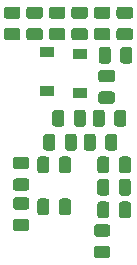
<source format=gbr>
G04 #@! TF.GenerationSoftware,KiCad,Pcbnew,5.1.5+dfsg1-2build2*
G04 #@! TF.CreationDate,2023-07-02T11:19:25+01:00*
G04 #@! TF.ProjectId,hd36106_replacement,68643336-3130-4365-9f72-65706c616365,rev?*
G04 #@! TF.SameCoordinates,Original*
G04 #@! TF.FileFunction,Paste,Bot*
G04 #@! TF.FilePolarity,Positive*
%FSLAX46Y46*%
G04 Gerber Fmt 4.6, Leading zero omitted, Abs format (unit mm)*
G04 Created by KiCad (PCBNEW 5.1.5+dfsg1-2build2) date 2023-07-02 11:19:25*
%MOMM*%
%LPD*%
G04 APERTURE LIST*
%ADD10C,0.100000*%
%ADD11R,1.200000X0.900000*%
G04 APERTURE END LIST*
D10*
G36*
X131538505Y-93365204D02*
G01*
X131562773Y-93368804D01*
X131586572Y-93374765D01*
X131609671Y-93383030D01*
X131631850Y-93393520D01*
X131652893Y-93406132D01*
X131672599Y-93420747D01*
X131690777Y-93437223D01*
X131707253Y-93455401D01*
X131721868Y-93475107D01*
X131734480Y-93496150D01*
X131744970Y-93518329D01*
X131753235Y-93541428D01*
X131759196Y-93565227D01*
X131762796Y-93589495D01*
X131764000Y-93613999D01*
X131764000Y-94139001D01*
X131762796Y-94163505D01*
X131759196Y-94187773D01*
X131753235Y-94211572D01*
X131744970Y-94234671D01*
X131734480Y-94256850D01*
X131721868Y-94277893D01*
X131707253Y-94297599D01*
X131690777Y-94315777D01*
X131672599Y-94332253D01*
X131652893Y-94346868D01*
X131631850Y-94359480D01*
X131609671Y-94369970D01*
X131586572Y-94378235D01*
X131562773Y-94384196D01*
X131538505Y-94387796D01*
X131514001Y-94389000D01*
X130613999Y-94389000D01*
X130589495Y-94387796D01*
X130565227Y-94384196D01*
X130541428Y-94378235D01*
X130518329Y-94369970D01*
X130496150Y-94359480D01*
X130475107Y-94346868D01*
X130455401Y-94332253D01*
X130437223Y-94315777D01*
X130420747Y-94297599D01*
X130406132Y-94277893D01*
X130393520Y-94256850D01*
X130383030Y-94234671D01*
X130374765Y-94211572D01*
X130368804Y-94187773D01*
X130365204Y-94163505D01*
X130364000Y-94139001D01*
X130364000Y-93613999D01*
X130365204Y-93589495D01*
X130368804Y-93565227D01*
X130374765Y-93541428D01*
X130383030Y-93518329D01*
X130393520Y-93496150D01*
X130406132Y-93475107D01*
X130420747Y-93455401D01*
X130437223Y-93437223D01*
X130455401Y-93420747D01*
X130475107Y-93406132D01*
X130496150Y-93393520D01*
X130518329Y-93383030D01*
X130541428Y-93374765D01*
X130565227Y-93368804D01*
X130589495Y-93365204D01*
X130613999Y-93364000D01*
X131514001Y-93364000D01*
X131538505Y-93365204D01*
G37*
G36*
X131538505Y-91540204D02*
G01*
X131562773Y-91543804D01*
X131586572Y-91549765D01*
X131609671Y-91558030D01*
X131631850Y-91568520D01*
X131652893Y-91581132D01*
X131672599Y-91595747D01*
X131690777Y-91612223D01*
X131707253Y-91630401D01*
X131721868Y-91650107D01*
X131734480Y-91671150D01*
X131744970Y-91693329D01*
X131753235Y-91716428D01*
X131759196Y-91740227D01*
X131762796Y-91764495D01*
X131764000Y-91788999D01*
X131764000Y-92314001D01*
X131762796Y-92338505D01*
X131759196Y-92362773D01*
X131753235Y-92386572D01*
X131744970Y-92409671D01*
X131734480Y-92431850D01*
X131721868Y-92452893D01*
X131707253Y-92472599D01*
X131690777Y-92490777D01*
X131672599Y-92507253D01*
X131652893Y-92521868D01*
X131631850Y-92534480D01*
X131609671Y-92544970D01*
X131586572Y-92553235D01*
X131562773Y-92559196D01*
X131538505Y-92562796D01*
X131514001Y-92564000D01*
X130613999Y-92564000D01*
X130589495Y-92562796D01*
X130565227Y-92559196D01*
X130541428Y-92553235D01*
X130518329Y-92544970D01*
X130496150Y-92534480D01*
X130475107Y-92521868D01*
X130455401Y-92507253D01*
X130437223Y-92490777D01*
X130420747Y-92472599D01*
X130406132Y-92452893D01*
X130393520Y-92431850D01*
X130383030Y-92409671D01*
X130374765Y-92386572D01*
X130368804Y-92362773D01*
X130365204Y-92338505D01*
X130364000Y-92314001D01*
X130364000Y-91788999D01*
X130365204Y-91764495D01*
X130368804Y-91740227D01*
X130374765Y-91716428D01*
X130383030Y-91693329D01*
X130393520Y-91671150D01*
X130406132Y-91650107D01*
X130420747Y-91630401D01*
X130437223Y-91612223D01*
X130455401Y-91595747D01*
X130475107Y-91581132D01*
X130496150Y-91568520D01*
X130518329Y-91558030D01*
X130541428Y-91549765D01*
X130565227Y-91543804D01*
X130589495Y-91540204D01*
X130613999Y-91539000D01*
X131514001Y-91539000D01*
X131538505Y-91540204D01*
G37*
G36*
X131200505Y-89598204D02*
G01*
X131224773Y-89601804D01*
X131248572Y-89607765D01*
X131271671Y-89616030D01*
X131293850Y-89626520D01*
X131314893Y-89639132D01*
X131334599Y-89653747D01*
X131352777Y-89670223D01*
X131369253Y-89688401D01*
X131383868Y-89708107D01*
X131396480Y-89729150D01*
X131406970Y-89751329D01*
X131415235Y-89774428D01*
X131421196Y-89798227D01*
X131424796Y-89822495D01*
X131426000Y-89846999D01*
X131426000Y-90747001D01*
X131424796Y-90771505D01*
X131421196Y-90795773D01*
X131415235Y-90819572D01*
X131406970Y-90842671D01*
X131396480Y-90864850D01*
X131383868Y-90885893D01*
X131369253Y-90905599D01*
X131352777Y-90923777D01*
X131334599Y-90940253D01*
X131314893Y-90954868D01*
X131293850Y-90967480D01*
X131271671Y-90977970D01*
X131248572Y-90986235D01*
X131224773Y-90992196D01*
X131200505Y-90995796D01*
X131176001Y-90997000D01*
X130650999Y-90997000D01*
X130626495Y-90995796D01*
X130602227Y-90992196D01*
X130578428Y-90986235D01*
X130555329Y-90977970D01*
X130533150Y-90967480D01*
X130512107Y-90954868D01*
X130492401Y-90940253D01*
X130474223Y-90923777D01*
X130457747Y-90905599D01*
X130443132Y-90885893D01*
X130430520Y-90864850D01*
X130420030Y-90842671D01*
X130411765Y-90819572D01*
X130405804Y-90795773D01*
X130402204Y-90771505D01*
X130401000Y-90747001D01*
X130401000Y-89846999D01*
X130402204Y-89822495D01*
X130405804Y-89798227D01*
X130411765Y-89774428D01*
X130420030Y-89751329D01*
X130430520Y-89729150D01*
X130443132Y-89708107D01*
X130457747Y-89688401D01*
X130474223Y-89670223D01*
X130492401Y-89653747D01*
X130512107Y-89639132D01*
X130533150Y-89626520D01*
X130555329Y-89616030D01*
X130578428Y-89607765D01*
X130602227Y-89601804D01*
X130626495Y-89598204D01*
X130650999Y-89597000D01*
X131176001Y-89597000D01*
X131200505Y-89598204D01*
G37*
G36*
X133025505Y-89598204D02*
G01*
X133049773Y-89601804D01*
X133073572Y-89607765D01*
X133096671Y-89616030D01*
X133118850Y-89626520D01*
X133139893Y-89639132D01*
X133159599Y-89653747D01*
X133177777Y-89670223D01*
X133194253Y-89688401D01*
X133208868Y-89708107D01*
X133221480Y-89729150D01*
X133231970Y-89751329D01*
X133240235Y-89774428D01*
X133246196Y-89798227D01*
X133249796Y-89822495D01*
X133251000Y-89846999D01*
X133251000Y-90747001D01*
X133249796Y-90771505D01*
X133246196Y-90795773D01*
X133240235Y-90819572D01*
X133231970Y-90842671D01*
X133221480Y-90864850D01*
X133208868Y-90885893D01*
X133194253Y-90905599D01*
X133177777Y-90923777D01*
X133159599Y-90940253D01*
X133139893Y-90954868D01*
X133118850Y-90967480D01*
X133096671Y-90977970D01*
X133073572Y-90986235D01*
X133049773Y-90992196D01*
X133025505Y-90995796D01*
X133001001Y-90997000D01*
X132475999Y-90997000D01*
X132451495Y-90995796D01*
X132427227Y-90992196D01*
X132403428Y-90986235D01*
X132380329Y-90977970D01*
X132358150Y-90967480D01*
X132337107Y-90954868D01*
X132317401Y-90940253D01*
X132299223Y-90923777D01*
X132282747Y-90905599D01*
X132268132Y-90885893D01*
X132255520Y-90864850D01*
X132245030Y-90842671D01*
X132236765Y-90819572D01*
X132230804Y-90795773D01*
X132227204Y-90771505D01*
X132226000Y-90747001D01*
X132226000Y-89846999D01*
X132227204Y-89822495D01*
X132230804Y-89798227D01*
X132236765Y-89774428D01*
X132245030Y-89751329D01*
X132255520Y-89729150D01*
X132268132Y-89708107D01*
X132282747Y-89688401D01*
X132299223Y-89670223D01*
X132317401Y-89653747D01*
X132337107Y-89639132D01*
X132358150Y-89626520D01*
X132380329Y-89616030D01*
X132403428Y-89607765D01*
X132427227Y-89601804D01*
X132451495Y-89598204D01*
X132475999Y-89597000D01*
X133001001Y-89597000D01*
X133025505Y-89598204D01*
G37*
G36*
X127263505Y-94932204D02*
G01*
X127287773Y-94935804D01*
X127311572Y-94941765D01*
X127334671Y-94950030D01*
X127356850Y-94960520D01*
X127377893Y-94973132D01*
X127397599Y-94987747D01*
X127415777Y-95004223D01*
X127432253Y-95022401D01*
X127446868Y-95042107D01*
X127459480Y-95063150D01*
X127469970Y-95085329D01*
X127478235Y-95108428D01*
X127484196Y-95132227D01*
X127487796Y-95156495D01*
X127489000Y-95180999D01*
X127489000Y-96081001D01*
X127487796Y-96105505D01*
X127484196Y-96129773D01*
X127478235Y-96153572D01*
X127469970Y-96176671D01*
X127459480Y-96198850D01*
X127446868Y-96219893D01*
X127432253Y-96239599D01*
X127415777Y-96257777D01*
X127397599Y-96274253D01*
X127377893Y-96288868D01*
X127356850Y-96301480D01*
X127334671Y-96311970D01*
X127311572Y-96320235D01*
X127287773Y-96326196D01*
X127263505Y-96329796D01*
X127239001Y-96331000D01*
X126713999Y-96331000D01*
X126689495Y-96329796D01*
X126665227Y-96326196D01*
X126641428Y-96320235D01*
X126618329Y-96311970D01*
X126596150Y-96301480D01*
X126575107Y-96288868D01*
X126555401Y-96274253D01*
X126537223Y-96257777D01*
X126520747Y-96239599D01*
X126506132Y-96219893D01*
X126493520Y-96198850D01*
X126483030Y-96176671D01*
X126474765Y-96153572D01*
X126468804Y-96129773D01*
X126465204Y-96105505D01*
X126464000Y-96081001D01*
X126464000Y-95180999D01*
X126465204Y-95156495D01*
X126468804Y-95132227D01*
X126474765Y-95108428D01*
X126483030Y-95085329D01*
X126493520Y-95063150D01*
X126506132Y-95042107D01*
X126520747Y-95022401D01*
X126537223Y-95004223D01*
X126555401Y-94987747D01*
X126575107Y-94973132D01*
X126596150Y-94960520D01*
X126618329Y-94950030D01*
X126641428Y-94941765D01*
X126665227Y-94935804D01*
X126689495Y-94932204D01*
X126713999Y-94931000D01*
X127239001Y-94931000D01*
X127263505Y-94932204D01*
G37*
G36*
X129088505Y-94932204D02*
G01*
X129112773Y-94935804D01*
X129136572Y-94941765D01*
X129159671Y-94950030D01*
X129181850Y-94960520D01*
X129202893Y-94973132D01*
X129222599Y-94987747D01*
X129240777Y-95004223D01*
X129257253Y-95022401D01*
X129271868Y-95042107D01*
X129284480Y-95063150D01*
X129294970Y-95085329D01*
X129303235Y-95108428D01*
X129309196Y-95132227D01*
X129312796Y-95156495D01*
X129314000Y-95180999D01*
X129314000Y-96081001D01*
X129312796Y-96105505D01*
X129309196Y-96129773D01*
X129303235Y-96153572D01*
X129294970Y-96176671D01*
X129284480Y-96198850D01*
X129271868Y-96219893D01*
X129257253Y-96239599D01*
X129240777Y-96257777D01*
X129222599Y-96274253D01*
X129202893Y-96288868D01*
X129181850Y-96301480D01*
X129159671Y-96311970D01*
X129136572Y-96320235D01*
X129112773Y-96326196D01*
X129088505Y-96329796D01*
X129064001Y-96331000D01*
X128538999Y-96331000D01*
X128514495Y-96329796D01*
X128490227Y-96326196D01*
X128466428Y-96320235D01*
X128443329Y-96311970D01*
X128421150Y-96301480D01*
X128400107Y-96288868D01*
X128380401Y-96274253D01*
X128362223Y-96257777D01*
X128345747Y-96239599D01*
X128331132Y-96219893D01*
X128318520Y-96198850D01*
X128308030Y-96176671D01*
X128299765Y-96153572D01*
X128293804Y-96129773D01*
X128290204Y-96105505D01*
X128289000Y-96081001D01*
X128289000Y-95180999D01*
X128290204Y-95156495D01*
X128293804Y-95132227D01*
X128299765Y-95108428D01*
X128308030Y-95085329D01*
X128318520Y-95063150D01*
X128331132Y-95042107D01*
X128345747Y-95022401D01*
X128362223Y-95004223D01*
X128380401Y-94987747D01*
X128400107Y-94973132D01*
X128421150Y-94960520D01*
X128443329Y-94950030D01*
X128466428Y-94941765D01*
X128490227Y-94935804D01*
X128514495Y-94932204D01*
X128538999Y-94931000D01*
X129064001Y-94931000D01*
X129088505Y-94932204D01*
G37*
G36*
X130692505Y-94932204D02*
G01*
X130716773Y-94935804D01*
X130740572Y-94941765D01*
X130763671Y-94950030D01*
X130785850Y-94960520D01*
X130806893Y-94973132D01*
X130826599Y-94987747D01*
X130844777Y-95004223D01*
X130861253Y-95022401D01*
X130875868Y-95042107D01*
X130888480Y-95063150D01*
X130898970Y-95085329D01*
X130907235Y-95108428D01*
X130913196Y-95132227D01*
X130916796Y-95156495D01*
X130918000Y-95180999D01*
X130918000Y-96081001D01*
X130916796Y-96105505D01*
X130913196Y-96129773D01*
X130907235Y-96153572D01*
X130898970Y-96176671D01*
X130888480Y-96198850D01*
X130875868Y-96219893D01*
X130861253Y-96239599D01*
X130844777Y-96257777D01*
X130826599Y-96274253D01*
X130806893Y-96288868D01*
X130785850Y-96301480D01*
X130763671Y-96311970D01*
X130740572Y-96320235D01*
X130716773Y-96326196D01*
X130692505Y-96329796D01*
X130668001Y-96331000D01*
X130142999Y-96331000D01*
X130118495Y-96329796D01*
X130094227Y-96326196D01*
X130070428Y-96320235D01*
X130047329Y-96311970D01*
X130025150Y-96301480D01*
X130004107Y-96288868D01*
X129984401Y-96274253D01*
X129966223Y-96257777D01*
X129949747Y-96239599D01*
X129935132Y-96219893D01*
X129922520Y-96198850D01*
X129912030Y-96176671D01*
X129903765Y-96153572D01*
X129897804Y-96129773D01*
X129894204Y-96105505D01*
X129893000Y-96081001D01*
X129893000Y-95180999D01*
X129894204Y-95156495D01*
X129897804Y-95132227D01*
X129903765Y-95108428D01*
X129912030Y-95085329D01*
X129922520Y-95063150D01*
X129935132Y-95042107D01*
X129949747Y-95022401D01*
X129966223Y-95004223D01*
X129984401Y-94987747D01*
X130004107Y-94973132D01*
X130025150Y-94960520D01*
X130047329Y-94950030D01*
X130070428Y-94941765D01*
X130094227Y-94935804D01*
X130118495Y-94932204D01*
X130142999Y-94931000D01*
X130668001Y-94931000D01*
X130692505Y-94932204D01*
G37*
G36*
X132517505Y-94932204D02*
G01*
X132541773Y-94935804D01*
X132565572Y-94941765D01*
X132588671Y-94950030D01*
X132610850Y-94960520D01*
X132631893Y-94973132D01*
X132651599Y-94987747D01*
X132669777Y-95004223D01*
X132686253Y-95022401D01*
X132700868Y-95042107D01*
X132713480Y-95063150D01*
X132723970Y-95085329D01*
X132732235Y-95108428D01*
X132738196Y-95132227D01*
X132741796Y-95156495D01*
X132743000Y-95180999D01*
X132743000Y-96081001D01*
X132741796Y-96105505D01*
X132738196Y-96129773D01*
X132732235Y-96153572D01*
X132723970Y-96176671D01*
X132713480Y-96198850D01*
X132700868Y-96219893D01*
X132686253Y-96239599D01*
X132669777Y-96257777D01*
X132651599Y-96274253D01*
X132631893Y-96288868D01*
X132610850Y-96301480D01*
X132588671Y-96311970D01*
X132565572Y-96320235D01*
X132541773Y-96326196D01*
X132517505Y-96329796D01*
X132493001Y-96331000D01*
X131967999Y-96331000D01*
X131943495Y-96329796D01*
X131919227Y-96326196D01*
X131895428Y-96320235D01*
X131872329Y-96311970D01*
X131850150Y-96301480D01*
X131829107Y-96288868D01*
X131809401Y-96274253D01*
X131791223Y-96257777D01*
X131774747Y-96239599D01*
X131760132Y-96219893D01*
X131747520Y-96198850D01*
X131737030Y-96176671D01*
X131728765Y-96153572D01*
X131722804Y-96129773D01*
X131719204Y-96105505D01*
X131718000Y-96081001D01*
X131718000Y-95180999D01*
X131719204Y-95156495D01*
X131722804Y-95132227D01*
X131728765Y-95108428D01*
X131737030Y-95085329D01*
X131747520Y-95063150D01*
X131760132Y-95042107D01*
X131774747Y-95022401D01*
X131791223Y-95004223D01*
X131809401Y-94987747D01*
X131829107Y-94973132D01*
X131850150Y-94960520D01*
X131872329Y-94950030D01*
X131895428Y-94941765D01*
X131919227Y-94935804D01*
X131943495Y-94932204D01*
X131967999Y-94931000D01*
X132493001Y-94931000D01*
X132517505Y-94932204D01*
G37*
G36*
X126501505Y-96964204D02*
G01*
X126525773Y-96967804D01*
X126549572Y-96973765D01*
X126572671Y-96982030D01*
X126594850Y-96992520D01*
X126615893Y-97005132D01*
X126635599Y-97019747D01*
X126653777Y-97036223D01*
X126670253Y-97054401D01*
X126684868Y-97074107D01*
X126697480Y-97095150D01*
X126707970Y-97117329D01*
X126716235Y-97140428D01*
X126722196Y-97164227D01*
X126725796Y-97188495D01*
X126727000Y-97212999D01*
X126727000Y-98113001D01*
X126725796Y-98137505D01*
X126722196Y-98161773D01*
X126716235Y-98185572D01*
X126707970Y-98208671D01*
X126697480Y-98230850D01*
X126684868Y-98251893D01*
X126670253Y-98271599D01*
X126653777Y-98289777D01*
X126635599Y-98306253D01*
X126615893Y-98320868D01*
X126594850Y-98333480D01*
X126572671Y-98343970D01*
X126549572Y-98352235D01*
X126525773Y-98358196D01*
X126501505Y-98361796D01*
X126477001Y-98363000D01*
X125951999Y-98363000D01*
X125927495Y-98361796D01*
X125903227Y-98358196D01*
X125879428Y-98352235D01*
X125856329Y-98343970D01*
X125834150Y-98333480D01*
X125813107Y-98320868D01*
X125793401Y-98306253D01*
X125775223Y-98289777D01*
X125758747Y-98271599D01*
X125744132Y-98251893D01*
X125731520Y-98230850D01*
X125721030Y-98208671D01*
X125712765Y-98185572D01*
X125706804Y-98161773D01*
X125703204Y-98137505D01*
X125702000Y-98113001D01*
X125702000Y-97212999D01*
X125703204Y-97188495D01*
X125706804Y-97164227D01*
X125712765Y-97140428D01*
X125721030Y-97117329D01*
X125731520Y-97095150D01*
X125744132Y-97074107D01*
X125758747Y-97054401D01*
X125775223Y-97036223D01*
X125793401Y-97019747D01*
X125813107Y-97005132D01*
X125834150Y-96992520D01*
X125856329Y-96982030D01*
X125879428Y-96973765D01*
X125903227Y-96967804D01*
X125927495Y-96964204D01*
X125951999Y-96963000D01*
X126477001Y-96963000D01*
X126501505Y-96964204D01*
G37*
G36*
X128326505Y-96964204D02*
G01*
X128350773Y-96967804D01*
X128374572Y-96973765D01*
X128397671Y-96982030D01*
X128419850Y-96992520D01*
X128440893Y-97005132D01*
X128460599Y-97019747D01*
X128478777Y-97036223D01*
X128495253Y-97054401D01*
X128509868Y-97074107D01*
X128522480Y-97095150D01*
X128532970Y-97117329D01*
X128541235Y-97140428D01*
X128547196Y-97164227D01*
X128550796Y-97188495D01*
X128552000Y-97212999D01*
X128552000Y-98113001D01*
X128550796Y-98137505D01*
X128547196Y-98161773D01*
X128541235Y-98185572D01*
X128532970Y-98208671D01*
X128522480Y-98230850D01*
X128509868Y-98251893D01*
X128495253Y-98271599D01*
X128478777Y-98289777D01*
X128460599Y-98306253D01*
X128440893Y-98320868D01*
X128419850Y-98333480D01*
X128397671Y-98343970D01*
X128374572Y-98352235D01*
X128350773Y-98358196D01*
X128326505Y-98361796D01*
X128302001Y-98363000D01*
X127776999Y-98363000D01*
X127752495Y-98361796D01*
X127728227Y-98358196D01*
X127704428Y-98352235D01*
X127681329Y-98343970D01*
X127659150Y-98333480D01*
X127638107Y-98320868D01*
X127618401Y-98306253D01*
X127600223Y-98289777D01*
X127583747Y-98271599D01*
X127569132Y-98251893D01*
X127556520Y-98230850D01*
X127546030Y-98208671D01*
X127537765Y-98185572D01*
X127531804Y-98161773D01*
X127528204Y-98137505D01*
X127527000Y-98113001D01*
X127527000Y-97212999D01*
X127528204Y-97188495D01*
X127531804Y-97164227D01*
X127537765Y-97140428D01*
X127546030Y-97117329D01*
X127556520Y-97095150D01*
X127569132Y-97074107D01*
X127583747Y-97054401D01*
X127600223Y-97036223D01*
X127618401Y-97019747D01*
X127638107Y-97005132D01*
X127659150Y-96992520D01*
X127681329Y-96982030D01*
X127704428Y-96973765D01*
X127728227Y-96967804D01*
X127752495Y-96964204D01*
X127776999Y-96963000D01*
X128302001Y-96963000D01*
X128326505Y-96964204D01*
G37*
G36*
X129930505Y-96964204D02*
G01*
X129954773Y-96967804D01*
X129978572Y-96973765D01*
X130001671Y-96982030D01*
X130023850Y-96992520D01*
X130044893Y-97005132D01*
X130064599Y-97019747D01*
X130082777Y-97036223D01*
X130099253Y-97054401D01*
X130113868Y-97074107D01*
X130126480Y-97095150D01*
X130136970Y-97117329D01*
X130145235Y-97140428D01*
X130151196Y-97164227D01*
X130154796Y-97188495D01*
X130156000Y-97212999D01*
X130156000Y-98113001D01*
X130154796Y-98137505D01*
X130151196Y-98161773D01*
X130145235Y-98185572D01*
X130136970Y-98208671D01*
X130126480Y-98230850D01*
X130113868Y-98251893D01*
X130099253Y-98271599D01*
X130082777Y-98289777D01*
X130064599Y-98306253D01*
X130044893Y-98320868D01*
X130023850Y-98333480D01*
X130001671Y-98343970D01*
X129978572Y-98352235D01*
X129954773Y-98358196D01*
X129930505Y-98361796D01*
X129906001Y-98363000D01*
X129380999Y-98363000D01*
X129356495Y-98361796D01*
X129332227Y-98358196D01*
X129308428Y-98352235D01*
X129285329Y-98343970D01*
X129263150Y-98333480D01*
X129242107Y-98320868D01*
X129222401Y-98306253D01*
X129204223Y-98289777D01*
X129187747Y-98271599D01*
X129173132Y-98251893D01*
X129160520Y-98230850D01*
X129150030Y-98208671D01*
X129141765Y-98185572D01*
X129135804Y-98161773D01*
X129132204Y-98137505D01*
X129131000Y-98113001D01*
X129131000Y-97212999D01*
X129132204Y-97188495D01*
X129135804Y-97164227D01*
X129141765Y-97140428D01*
X129150030Y-97117329D01*
X129160520Y-97095150D01*
X129173132Y-97074107D01*
X129187747Y-97054401D01*
X129204223Y-97036223D01*
X129222401Y-97019747D01*
X129242107Y-97005132D01*
X129263150Y-96992520D01*
X129285329Y-96982030D01*
X129308428Y-96973765D01*
X129332227Y-96967804D01*
X129356495Y-96964204D01*
X129380999Y-96963000D01*
X129906001Y-96963000D01*
X129930505Y-96964204D01*
G37*
G36*
X131755505Y-96964204D02*
G01*
X131779773Y-96967804D01*
X131803572Y-96973765D01*
X131826671Y-96982030D01*
X131848850Y-96992520D01*
X131869893Y-97005132D01*
X131889599Y-97019747D01*
X131907777Y-97036223D01*
X131924253Y-97054401D01*
X131938868Y-97074107D01*
X131951480Y-97095150D01*
X131961970Y-97117329D01*
X131970235Y-97140428D01*
X131976196Y-97164227D01*
X131979796Y-97188495D01*
X131981000Y-97212999D01*
X131981000Y-98113001D01*
X131979796Y-98137505D01*
X131976196Y-98161773D01*
X131970235Y-98185572D01*
X131961970Y-98208671D01*
X131951480Y-98230850D01*
X131938868Y-98251893D01*
X131924253Y-98271599D01*
X131907777Y-98289777D01*
X131889599Y-98306253D01*
X131869893Y-98320868D01*
X131848850Y-98333480D01*
X131826671Y-98343970D01*
X131803572Y-98352235D01*
X131779773Y-98358196D01*
X131755505Y-98361796D01*
X131731001Y-98363000D01*
X131205999Y-98363000D01*
X131181495Y-98361796D01*
X131157227Y-98358196D01*
X131133428Y-98352235D01*
X131110329Y-98343970D01*
X131088150Y-98333480D01*
X131067107Y-98320868D01*
X131047401Y-98306253D01*
X131029223Y-98289777D01*
X131012747Y-98271599D01*
X130998132Y-98251893D01*
X130985520Y-98230850D01*
X130975030Y-98208671D01*
X130966765Y-98185572D01*
X130960804Y-98161773D01*
X130957204Y-98137505D01*
X130956000Y-98113001D01*
X130956000Y-97212999D01*
X130957204Y-97188495D01*
X130960804Y-97164227D01*
X130966765Y-97140428D01*
X130975030Y-97117329D01*
X130985520Y-97095150D01*
X130998132Y-97074107D01*
X131012747Y-97054401D01*
X131029223Y-97036223D01*
X131047401Y-97019747D01*
X131067107Y-97005132D01*
X131088150Y-96992520D01*
X131110329Y-96982030D01*
X131133428Y-96973765D01*
X131157227Y-96967804D01*
X131181495Y-96964204D01*
X131205999Y-96963000D01*
X131731001Y-96963000D01*
X131755505Y-96964204D01*
G37*
G36*
X132898505Y-98869204D02*
G01*
X132922773Y-98872804D01*
X132946572Y-98878765D01*
X132969671Y-98887030D01*
X132991850Y-98897520D01*
X133012893Y-98910132D01*
X133032599Y-98924747D01*
X133050777Y-98941223D01*
X133067253Y-98959401D01*
X133081868Y-98979107D01*
X133094480Y-99000150D01*
X133104970Y-99022329D01*
X133113235Y-99045428D01*
X133119196Y-99069227D01*
X133122796Y-99093495D01*
X133124000Y-99117999D01*
X133124000Y-100018001D01*
X133122796Y-100042505D01*
X133119196Y-100066773D01*
X133113235Y-100090572D01*
X133104970Y-100113671D01*
X133094480Y-100135850D01*
X133081868Y-100156893D01*
X133067253Y-100176599D01*
X133050777Y-100194777D01*
X133032599Y-100211253D01*
X133012893Y-100225868D01*
X132991850Y-100238480D01*
X132969671Y-100248970D01*
X132946572Y-100257235D01*
X132922773Y-100263196D01*
X132898505Y-100266796D01*
X132874001Y-100268000D01*
X132348999Y-100268000D01*
X132324495Y-100266796D01*
X132300227Y-100263196D01*
X132276428Y-100257235D01*
X132253329Y-100248970D01*
X132231150Y-100238480D01*
X132210107Y-100225868D01*
X132190401Y-100211253D01*
X132172223Y-100194777D01*
X132155747Y-100176599D01*
X132141132Y-100156893D01*
X132128520Y-100135850D01*
X132118030Y-100113671D01*
X132109765Y-100090572D01*
X132103804Y-100066773D01*
X132100204Y-100042505D01*
X132099000Y-100018001D01*
X132099000Y-99117999D01*
X132100204Y-99093495D01*
X132103804Y-99069227D01*
X132109765Y-99045428D01*
X132118030Y-99022329D01*
X132128520Y-99000150D01*
X132141132Y-98979107D01*
X132155747Y-98959401D01*
X132172223Y-98941223D01*
X132190401Y-98924747D01*
X132210107Y-98910132D01*
X132231150Y-98897520D01*
X132253329Y-98887030D01*
X132276428Y-98878765D01*
X132300227Y-98872804D01*
X132324495Y-98869204D01*
X132348999Y-98868000D01*
X132874001Y-98868000D01*
X132898505Y-98869204D01*
G37*
G36*
X131073505Y-98869204D02*
G01*
X131097773Y-98872804D01*
X131121572Y-98878765D01*
X131144671Y-98887030D01*
X131166850Y-98897520D01*
X131187893Y-98910132D01*
X131207599Y-98924747D01*
X131225777Y-98941223D01*
X131242253Y-98959401D01*
X131256868Y-98979107D01*
X131269480Y-99000150D01*
X131279970Y-99022329D01*
X131288235Y-99045428D01*
X131294196Y-99069227D01*
X131297796Y-99093495D01*
X131299000Y-99117999D01*
X131299000Y-100018001D01*
X131297796Y-100042505D01*
X131294196Y-100066773D01*
X131288235Y-100090572D01*
X131279970Y-100113671D01*
X131269480Y-100135850D01*
X131256868Y-100156893D01*
X131242253Y-100176599D01*
X131225777Y-100194777D01*
X131207599Y-100211253D01*
X131187893Y-100225868D01*
X131166850Y-100238480D01*
X131144671Y-100248970D01*
X131121572Y-100257235D01*
X131097773Y-100263196D01*
X131073505Y-100266796D01*
X131049001Y-100268000D01*
X130523999Y-100268000D01*
X130499495Y-100266796D01*
X130475227Y-100263196D01*
X130451428Y-100257235D01*
X130428329Y-100248970D01*
X130406150Y-100238480D01*
X130385107Y-100225868D01*
X130365401Y-100211253D01*
X130347223Y-100194777D01*
X130330747Y-100176599D01*
X130316132Y-100156893D01*
X130303520Y-100135850D01*
X130293030Y-100113671D01*
X130284765Y-100090572D01*
X130278804Y-100066773D01*
X130275204Y-100042505D01*
X130274000Y-100018001D01*
X130274000Y-99117999D01*
X130275204Y-99093495D01*
X130278804Y-99069227D01*
X130284765Y-99045428D01*
X130293030Y-99022329D01*
X130303520Y-99000150D01*
X130316132Y-98979107D01*
X130330747Y-98959401D01*
X130347223Y-98941223D01*
X130365401Y-98924747D01*
X130385107Y-98910132D01*
X130406150Y-98897520D01*
X130428329Y-98887030D01*
X130451428Y-98878765D01*
X130475227Y-98872804D01*
X130499495Y-98869204D01*
X130523999Y-98868000D01*
X131049001Y-98868000D01*
X131073505Y-98869204D01*
G37*
G36*
X131073505Y-100774204D02*
G01*
X131097773Y-100777804D01*
X131121572Y-100783765D01*
X131144671Y-100792030D01*
X131166850Y-100802520D01*
X131187893Y-100815132D01*
X131207599Y-100829747D01*
X131225777Y-100846223D01*
X131242253Y-100864401D01*
X131256868Y-100884107D01*
X131269480Y-100905150D01*
X131279970Y-100927329D01*
X131288235Y-100950428D01*
X131294196Y-100974227D01*
X131297796Y-100998495D01*
X131299000Y-101022999D01*
X131299000Y-101923001D01*
X131297796Y-101947505D01*
X131294196Y-101971773D01*
X131288235Y-101995572D01*
X131279970Y-102018671D01*
X131269480Y-102040850D01*
X131256868Y-102061893D01*
X131242253Y-102081599D01*
X131225777Y-102099777D01*
X131207599Y-102116253D01*
X131187893Y-102130868D01*
X131166850Y-102143480D01*
X131144671Y-102153970D01*
X131121572Y-102162235D01*
X131097773Y-102168196D01*
X131073505Y-102171796D01*
X131049001Y-102173000D01*
X130523999Y-102173000D01*
X130499495Y-102171796D01*
X130475227Y-102168196D01*
X130451428Y-102162235D01*
X130428329Y-102153970D01*
X130406150Y-102143480D01*
X130385107Y-102130868D01*
X130365401Y-102116253D01*
X130347223Y-102099777D01*
X130330747Y-102081599D01*
X130316132Y-102061893D01*
X130303520Y-102040850D01*
X130293030Y-102018671D01*
X130284765Y-101995572D01*
X130278804Y-101971773D01*
X130275204Y-101947505D01*
X130274000Y-101923001D01*
X130274000Y-101022999D01*
X130275204Y-100998495D01*
X130278804Y-100974227D01*
X130284765Y-100950428D01*
X130293030Y-100927329D01*
X130303520Y-100905150D01*
X130316132Y-100884107D01*
X130330747Y-100864401D01*
X130347223Y-100846223D01*
X130365401Y-100829747D01*
X130385107Y-100815132D01*
X130406150Y-100802520D01*
X130428329Y-100792030D01*
X130451428Y-100783765D01*
X130475227Y-100777804D01*
X130499495Y-100774204D01*
X130523999Y-100773000D01*
X131049001Y-100773000D01*
X131073505Y-100774204D01*
G37*
G36*
X132898505Y-100774204D02*
G01*
X132922773Y-100777804D01*
X132946572Y-100783765D01*
X132969671Y-100792030D01*
X132991850Y-100802520D01*
X133012893Y-100815132D01*
X133032599Y-100829747D01*
X133050777Y-100846223D01*
X133067253Y-100864401D01*
X133081868Y-100884107D01*
X133094480Y-100905150D01*
X133104970Y-100927329D01*
X133113235Y-100950428D01*
X133119196Y-100974227D01*
X133122796Y-100998495D01*
X133124000Y-101022999D01*
X133124000Y-101923001D01*
X133122796Y-101947505D01*
X133119196Y-101971773D01*
X133113235Y-101995572D01*
X133104970Y-102018671D01*
X133094480Y-102040850D01*
X133081868Y-102061893D01*
X133067253Y-102081599D01*
X133050777Y-102099777D01*
X133032599Y-102116253D01*
X133012893Y-102130868D01*
X132991850Y-102143480D01*
X132969671Y-102153970D01*
X132946572Y-102162235D01*
X132922773Y-102168196D01*
X132898505Y-102171796D01*
X132874001Y-102173000D01*
X132348999Y-102173000D01*
X132324495Y-102171796D01*
X132300227Y-102168196D01*
X132276428Y-102162235D01*
X132253329Y-102153970D01*
X132231150Y-102143480D01*
X132210107Y-102130868D01*
X132190401Y-102116253D01*
X132172223Y-102099777D01*
X132155747Y-102081599D01*
X132141132Y-102061893D01*
X132128520Y-102040850D01*
X132118030Y-102018671D01*
X132109765Y-101995572D01*
X132103804Y-101971773D01*
X132100204Y-101947505D01*
X132099000Y-101923001D01*
X132099000Y-101022999D01*
X132100204Y-100998495D01*
X132103804Y-100974227D01*
X132109765Y-100950428D01*
X132118030Y-100927329D01*
X132128520Y-100905150D01*
X132141132Y-100884107D01*
X132155747Y-100864401D01*
X132172223Y-100846223D01*
X132190401Y-100829747D01*
X132210107Y-100815132D01*
X132231150Y-100802520D01*
X132253329Y-100792030D01*
X132276428Y-100783765D01*
X132300227Y-100777804D01*
X132324495Y-100774204D01*
X132348999Y-100773000D01*
X132874001Y-100773000D01*
X132898505Y-100774204D01*
G37*
G36*
X131157505Y-106446204D02*
G01*
X131181773Y-106449804D01*
X131205572Y-106455765D01*
X131228671Y-106464030D01*
X131250850Y-106474520D01*
X131271893Y-106487132D01*
X131291599Y-106501747D01*
X131309777Y-106518223D01*
X131326253Y-106536401D01*
X131340868Y-106556107D01*
X131353480Y-106577150D01*
X131363970Y-106599329D01*
X131372235Y-106622428D01*
X131378196Y-106646227D01*
X131381796Y-106670495D01*
X131383000Y-106694999D01*
X131383000Y-107220001D01*
X131381796Y-107244505D01*
X131378196Y-107268773D01*
X131372235Y-107292572D01*
X131363970Y-107315671D01*
X131353480Y-107337850D01*
X131340868Y-107358893D01*
X131326253Y-107378599D01*
X131309777Y-107396777D01*
X131291599Y-107413253D01*
X131271893Y-107427868D01*
X131250850Y-107440480D01*
X131228671Y-107450970D01*
X131205572Y-107459235D01*
X131181773Y-107465196D01*
X131157505Y-107468796D01*
X131133001Y-107470000D01*
X130232999Y-107470000D01*
X130208495Y-107468796D01*
X130184227Y-107465196D01*
X130160428Y-107459235D01*
X130137329Y-107450970D01*
X130115150Y-107440480D01*
X130094107Y-107427868D01*
X130074401Y-107413253D01*
X130056223Y-107396777D01*
X130039747Y-107378599D01*
X130025132Y-107358893D01*
X130012520Y-107337850D01*
X130002030Y-107315671D01*
X129993765Y-107292572D01*
X129987804Y-107268773D01*
X129984204Y-107244505D01*
X129983000Y-107220001D01*
X129983000Y-106694999D01*
X129984204Y-106670495D01*
X129987804Y-106646227D01*
X129993765Y-106622428D01*
X130002030Y-106599329D01*
X130012520Y-106577150D01*
X130025132Y-106556107D01*
X130039747Y-106536401D01*
X130056223Y-106518223D01*
X130074401Y-106501747D01*
X130094107Y-106487132D01*
X130115150Y-106474520D01*
X130137329Y-106464030D01*
X130160428Y-106455765D01*
X130184227Y-106449804D01*
X130208495Y-106446204D01*
X130232999Y-106445000D01*
X131133001Y-106445000D01*
X131157505Y-106446204D01*
G37*
G36*
X131157505Y-104621204D02*
G01*
X131181773Y-104624804D01*
X131205572Y-104630765D01*
X131228671Y-104639030D01*
X131250850Y-104649520D01*
X131271893Y-104662132D01*
X131291599Y-104676747D01*
X131309777Y-104693223D01*
X131326253Y-104711401D01*
X131340868Y-104731107D01*
X131353480Y-104752150D01*
X131363970Y-104774329D01*
X131372235Y-104797428D01*
X131378196Y-104821227D01*
X131381796Y-104845495D01*
X131383000Y-104869999D01*
X131383000Y-105395001D01*
X131381796Y-105419505D01*
X131378196Y-105443773D01*
X131372235Y-105467572D01*
X131363970Y-105490671D01*
X131353480Y-105512850D01*
X131340868Y-105533893D01*
X131326253Y-105553599D01*
X131309777Y-105571777D01*
X131291599Y-105588253D01*
X131271893Y-105602868D01*
X131250850Y-105615480D01*
X131228671Y-105625970D01*
X131205572Y-105634235D01*
X131181773Y-105640196D01*
X131157505Y-105643796D01*
X131133001Y-105645000D01*
X130232999Y-105645000D01*
X130208495Y-105643796D01*
X130184227Y-105640196D01*
X130160428Y-105634235D01*
X130137329Y-105625970D01*
X130115150Y-105615480D01*
X130094107Y-105602868D01*
X130074401Y-105588253D01*
X130056223Y-105571777D01*
X130039747Y-105553599D01*
X130025132Y-105533893D01*
X130012520Y-105512850D01*
X130002030Y-105490671D01*
X129993765Y-105467572D01*
X129987804Y-105443773D01*
X129984204Y-105419505D01*
X129983000Y-105395001D01*
X129983000Y-104869999D01*
X129984204Y-104845495D01*
X129987804Y-104821227D01*
X129993765Y-104797428D01*
X130002030Y-104774329D01*
X130012520Y-104752150D01*
X130025132Y-104731107D01*
X130039747Y-104711401D01*
X130056223Y-104693223D01*
X130074401Y-104676747D01*
X130094107Y-104662132D01*
X130115150Y-104649520D01*
X130137329Y-104639030D01*
X130160428Y-104630765D01*
X130184227Y-104624804D01*
X130208495Y-104621204D01*
X130232999Y-104620000D01*
X131133001Y-104620000D01*
X131157505Y-104621204D01*
G37*
G36*
X131073505Y-102679204D02*
G01*
X131097773Y-102682804D01*
X131121572Y-102688765D01*
X131144671Y-102697030D01*
X131166850Y-102707520D01*
X131187893Y-102720132D01*
X131207599Y-102734747D01*
X131225777Y-102751223D01*
X131242253Y-102769401D01*
X131256868Y-102789107D01*
X131269480Y-102810150D01*
X131279970Y-102832329D01*
X131288235Y-102855428D01*
X131294196Y-102879227D01*
X131297796Y-102903495D01*
X131299000Y-102927999D01*
X131299000Y-103828001D01*
X131297796Y-103852505D01*
X131294196Y-103876773D01*
X131288235Y-103900572D01*
X131279970Y-103923671D01*
X131269480Y-103945850D01*
X131256868Y-103966893D01*
X131242253Y-103986599D01*
X131225777Y-104004777D01*
X131207599Y-104021253D01*
X131187893Y-104035868D01*
X131166850Y-104048480D01*
X131144671Y-104058970D01*
X131121572Y-104067235D01*
X131097773Y-104073196D01*
X131073505Y-104076796D01*
X131049001Y-104078000D01*
X130523999Y-104078000D01*
X130499495Y-104076796D01*
X130475227Y-104073196D01*
X130451428Y-104067235D01*
X130428329Y-104058970D01*
X130406150Y-104048480D01*
X130385107Y-104035868D01*
X130365401Y-104021253D01*
X130347223Y-104004777D01*
X130330747Y-103986599D01*
X130316132Y-103966893D01*
X130303520Y-103945850D01*
X130293030Y-103923671D01*
X130284765Y-103900572D01*
X130278804Y-103876773D01*
X130275204Y-103852505D01*
X130274000Y-103828001D01*
X130274000Y-102927999D01*
X130275204Y-102903495D01*
X130278804Y-102879227D01*
X130284765Y-102855428D01*
X130293030Y-102832329D01*
X130303520Y-102810150D01*
X130316132Y-102789107D01*
X130330747Y-102769401D01*
X130347223Y-102751223D01*
X130365401Y-102734747D01*
X130385107Y-102720132D01*
X130406150Y-102707520D01*
X130428329Y-102697030D01*
X130451428Y-102688765D01*
X130475227Y-102682804D01*
X130499495Y-102679204D01*
X130523999Y-102678000D01*
X131049001Y-102678000D01*
X131073505Y-102679204D01*
G37*
G36*
X132898505Y-102679204D02*
G01*
X132922773Y-102682804D01*
X132946572Y-102688765D01*
X132969671Y-102697030D01*
X132991850Y-102707520D01*
X133012893Y-102720132D01*
X133032599Y-102734747D01*
X133050777Y-102751223D01*
X133067253Y-102769401D01*
X133081868Y-102789107D01*
X133094480Y-102810150D01*
X133104970Y-102832329D01*
X133113235Y-102855428D01*
X133119196Y-102879227D01*
X133122796Y-102903495D01*
X133124000Y-102927999D01*
X133124000Y-103828001D01*
X133122796Y-103852505D01*
X133119196Y-103876773D01*
X133113235Y-103900572D01*
X133104970Y-103923671D01*
X133094480Y-103945850D01*
X133081868Y-103966893D01*
X133067253Y-103986599D01*
X133050777Y-104004777D01*
X133032599Y-104021253D01*
X133012893Y-104035868D01*
X132991850Y-104048480D01*
X132969671Y-104058970D01*
X132946572Y-104067235D01*
X132922773Y-104073196D01*
X132898505Y-104076796D01*
X132874001Y-104078000D01*
X132348999Y-104078000D01*
X132324495Y-104076796D01*
X132300227Y-104073196D01*
X132276428Y-104067235D01*
X132253329Y-104058970D01*
X132231150Y-104048480D01*
X132210107Y-104035868D01*
X132190401Y-104021253D01*
X132172223Y-104004777D01*
X132155747Y-103986599D01*
X132141132Y-103966893D01*
X132128520Y-103945850D01*
X132118030Y-103923671D01*
X132109765Y-103900572D01*
X132103804Y-103876773D01*
X132100204Y-103852505D01*
X132099000Y-103828001D01*
X132099000Y-102927999D01*
X132100204Y-102903495D01*
X132103804Y-102879227D01*
X132109765Y-102855428D01*
X132118030Y-102832329D01*
X132128520Y-102810150D01*
X132141132Y-102789107D01*
X132155747Y-102769401D01*
X132172223Y-102751223D01*
X132190401Y-102734747D01*
X132210107Y-102720132D01*
X132231150Y-102707520D01*
X132253329Y-102697030D01*
X132276428Y-102688765D01*
X132300227Y-102682804D01*
X132324495Y-102679204D01*
X132348999Y-102678000D01*
X132874001Y-102678000D01*
X132898505Y-102679204D01*
G37*
D11*
X125984000Y-93344000D03*
X125984000Y-90044000D03*
X128778000Y-93471000D03*
X128778000Y-90171000D03*
D10*
G36*
X131157505Y-86176204D02*
G01*
X131181773Y-86179804D01*
X131205572Y-86185765D01*
X131228671Y-86194030D01*
X131250850Y-86204520D01*
X131271893Y-86217132D01*
X131291599Y-86231747D01*
X131309777Y-86248223D01*
X131326253Y-86266401D01*
X131340868Y-86286107D01*
X131353480Y-86307150D01*
X131363970Y-86329329D01*
X131372235Y-86352428D01*
X131378196Y-86376227D01*
X131381796Y-86400495D01*
X131383000Y-86424999D01*
X131383000Y-86950001D01*
X131381796Y-86974505D01*
X131378196Y-86998773D01*
X131372235Y-87022572D01*
X131363970Y-87045671D01*
X131353480Y-87067850D01*
X131340868Y-87088893D01*
X131326253Y-87108599D01*
X131309777Y-87126777D01*
X131291599Y-87143253D01*
X131271893Y-87157868D01*
X131250850Y-87170480D01*
X131228671Y-87180970D01*
X131205572Y-87189235D01*
X131181773Y-87195196D01*
X131157505Y-87198796D01*
X131133001Y-87200000D01*
X130232999Y-87200000D01*
X130208495Y-87198796D01*
X130184227Y-87195196D01*
X130160428Y-87189235D01*
X130137329Y-87180970D01*
X130115150Y-87170480D01*
X130094107Y-87157868D01*
X130074401Y-87143253D01*
X130056223Y-87126777D01*
X130039747Y-87108599D01*
X130025132Y-87088893D01*
X130012520Y-87067850D01*
X130002030Y-87045671D01*
X129993765Y-87022572D01*
X129987804Y-86998773D01*
X129984204Y-86974505D01*
X129983000Y-86950001D01*
X129983000Y-86424999D01*
X129984204Y-86400495D01*
X129987804Y-86376227D01*
X129993765Y-86352428D01*
X130002030Y-86329329D01*
X130012520Y-86307150D01*
X130025132Y-86286107D01*
X130039747Y-86266401D01*
X130056223Y-86248223D01*
X130074401Y-86231747D01*
X130094107Y-86217132D01*
X130115150Y-86204520D01*
X130137329Y-86194030D01*
X130160428Y-86185765D01*
X130184227Y-86179804D01*
X130208495Y-86176204D01*
X130232999Y-86175000D01*
X131133001Y-86175000D01*
X131157505Y-86176204D01*
G37*
G36*
X131157505Y-88001204D02*
G01*
X131181773Y-88004804D01*
X131205572Y-88010765D01*
X131228671Y-88019030D01*
X131250850Y-88029520D01*
X131271893Y-88042132D01*
X131291599Y-88056747D01*
X131309777Y-88073223D01*
X131326253Y-88091401D01*
X131340868Y-88111107D01*
X131353480Y-88132150D01*
X131363970Y-88154329D01*
X131372235Y-88177428D01*
X131378196Y-88201227D01*
X131381796Y-88225495D01*
X131383000Y-88249999D01*
X131383000Y-88775001D01*
X131381796Y-88799505D01*
X131378196Y-88823773D01*
X131372235Y-88847572D01*
X131363970Y-88870671D01*
X131353480Y-88892850D01*
X131340868Y-88913893D01*
X131326253Y-88933599D01*
X131309777Y-88951777D01*
X131291599Y-88968253D01*
X131271893Y-88982868D01*
X131250850Y-88995480D01*
X131228671Y-89005970D01*
X131205572Y-89014235D01*
X131181773Y-89020196D01*
X131157505Y-89023796D01*
X131133001Y-89025000D01*
X130232999Y-89025000D01*
X130208495Y-89023796D01*
X130184227Y-89020196D01*
X130160428Y-89014235D01*
X130137329Y-89005970D01*
X130115150Y-88995480D01*
X130094107Y-88982868D01*
X130074401Y-88968253D01*
X130056223Y-88951777D01*
X130039747Y-88933599D01*
X130025132Y-88913893D01*
X130012520Y-88892850D01*
X130002030Y-88870671D01*
X129993765Y-88847572D01*
X129987804Y-88823773D01*
X129984204Y-88799505D01*
X129983000Y-88775001D01*
X129983000Y-88249999D01*
X129984204Y-88225495D01*
X129987804Y-88201227D01*
X129993765Y-88177428D01*
X130002030Y-88154329D01*
X130012520Y-88132150D01*
X130025132Y-88111107D01*
X130039747Y-88091401D01*
X130056223Y-88073223D01*
X130074401Y-88056747D01*
X130094107Y-88042132D01*
X130115150Y-88029520D01*
X130137329Y-88019030D01*
X130160428Y-88010765D01*
X130184227Y-88004804D01*
X130208495Y-88001204D01*
X130232999Y-88000000D01*
X131133001Y-88000000D01*
X131157505Y-88001204D01*
G37*
G36*
X133074505Y-88001204D02*
G01*
X133098773Y-88004804D01*
X133122572Y-88010765D01*
X133145671Y-88019030D01*
X133167850Y-88029520D01*
X133188893Y-88042132D01*
X133208599Y-88056747D01*
X133226777Y-88073223D01*
X133243253Y-88091401D01*
X133257868Y-88111107D01*
X133270480Y-88132150D01*
X133280970Y-88154329D01*
X133289235Y-88177428D01*
X133295196Y-88201227D01*
X133298796Y-88225495D01*
X133300000Y-88249999D01*
X133300000Y-88775001D01*
X133298796Y-88799505D01*
X133295196Y-88823773D01*
X133289235Y-88847572D01*
X133280970Y-88870671D01*
X133270480Y-88892850D01*
X133257868Y-88913893D01*
X133243253Y-88933599D01*
X133226777Y-88951777D01*
X133208599Y-88968253D01*
X133188893Y-88982868D01*
X133167850Y-88995480D01*
X133145671Y-89005970D01*
X133122572Y-89014235D01*
X133098773Y-89020196D01*
X133074505Y-89023796D01*
X133050001Y-89025000D01*
X132149999Y-89025000D01*
X132125495Y-89023796D01*
X132101227Y-89020196D01*
X132077428Y-89014235D01*
X132054329Y-89005970D01*
X132032150Y-88995480D01*
X132011107Y-88982868D01*
X131991401Y-88968253D01*
X131973223Y-88951777D01*
X131956747Y-88933599D01*
X131942132Y-88913893D01*
X131929520Y-88892850D01*
X131919030Y-88870671D01*
X131910765Y-88847572D01*
X131904804Y-88823773D01*
X131901204Y-88799505D01*
X131900000Y-88775001D01*
X131900000Y-88249999D01*
X131901204Y-88225495D01*
X131904804Y-88201227D01*
X131910765Y-88177428D01*
X131919030Y-88154329D01*
X131929520Y-88132150D01*
X131942132Y-88111107D01*
X131956747Y-88091401D01*
X131973223Y-88073223D01*
X131991401Y-88056747D01*
X132011107Y-88042132D01*
X132032150Y-88029520D01*
X132054329Y-88019030D01*
X132077428Y-88010765D01*
X132101227Y-88004804D01*
X132125495Y-88001204D01*
X132149999Y-88000000D01*
X133050001Y-88000000D01*
X133074505Y-88001204D01*
G37*
G36*
X133074505Y-86176204D02*
G01*
X133098773Y-86179804D01*
X133122572Y-86185765D01*
X133145671Y-86194030D01*
X133167850Y-86204520D01*
X133188893Y-86217132D01*
X133208599Y-86231747D01*
X133226777Y-86248223D01*
X133243253Y-86266401D01*
X133257868Y-86286107D01*
X133270480Y-86307150D01*
X133280970Y-86329329D01*
X133289235Y-86352428D01*
X133295196Y-86376227D01*
X133298796Y-86400495D01*
X133300000Y-86424999D01*
X133300000Y-86950001D01*
X133298796Y-86974505D01*
X133295196Y-86998773D01*
X133289235Y-87022572D01*
X133280970Y-87045671D01*
X133270480Y-87067850D01*
X133257868Y-87088893D01*
X133243253Y-87108599D01*
X133226777Y-87126777D01*
X133208599Y-87143253D01*
X133188893Y-87157868D01*
X133167850Y-87170480D01*
X133145671Y-87180970D01*
X133122572Y-87189235D01*
X133098773Y-87195196D01*
X133074505Y-87198796D01*
X133050001Y-87200000D01*
X132149999Y-87200000D01*
X132125495Y-87198796D01*
X132101227Y-87195196D01*
X132077428Y-87189235D01*
X132054329Y-87180970D01*
X132032150Y-87170480D01*
X132011107Y-87157868D01*
X131991401Y-87143253D01*
X131973223Y-87126777D01*
X131956747Y-87108599D01*
X131942132Y-87088893D01*
X131929520Y-87067850D01*
X131919030Y-87045671D01*
X131910765Y-87022572D01*
X131904804Y-86998773D01*
X131901204Y-86974505D01*
X131900000Y-86950001D01*
X131900000Y-86424999D01*
X131901204Y-86400495D01*
X131904804Y-86376227D01*
X131910765Y-86352428D01*
X131919030Y-86329329D01*
X131929520Y-86307150D01*
X131942132Y-86286107D01*
X131956747Y-86266401D01*
X131973223Y-86248223D01*
X131991401Y-86231747D01*
X132011107Y-86217132D01*
X132032150Y-86204520D01*
X132054329Y-86194030D01*
X132077428Y-86185765D01*
X132101227Y-86179804D01*
X132125495Y-86176204D01*
X132149999Y-86175000D01*
X133050001Y-86175000D01*
X133074505Y-86176204D01*
G37*
G36*
X124299505Y-104160204D02*
G01*
X124323773Y-104163804D01*
X124347572Y-104169765D01*
X124370671Y-104178030D01*
X124392850Y-104188520D01*
X124413893Y-104201132D01*
X124433599Y-104215747D01*
X124451777Y-104232223D01*
X124468253Y-104250401D01*
X124482868Y-104270107D01*
X124495480Y-104291150D01*
X124505970Y-104313329D01*
X124514235Y-104336428D01*
X124520196Y-104360227D01*
X124523796Y-104384495D01*
X124525000Y-104408999D01*
X124525000Y-104934001D01*
X124523796Y-104958505D01*
X124520196Y-104982773D01*
X124514235Y-105006572D01*
X124505970Y-105029671D01*
X124495480Y-105051850D01*
X124482868Y-105072893D01*
X124468253Y-105092599D01*
X124451777Y-105110777D01*
X124433599Y-105127253D01*
X124413893Y-105141868D01*
X124392850Y-105154480D01*
X124370671Y-105164970D01*
X124347572Y-105173235D01*
X124323773Y-105179196D01*
X124299505Y-105182796D01*
X124275001Y-105184000D01*
X123374999Y-105184000D01*
X123350495Y-105182796D01*
X123326227Y-105179196D01*
X123302428Y-105173235D01*
X123279329Y-105164970D01*
X123257150Y-105154480D01*
X123236107Y-105141868D01*
X123216401Y-105127253D01*
X123198223Y-105110777D01*
X123181747Y-105092599D01*
X123167132Y-105072893D01*
X123154520Y-105051850D01*
X123144030Y-105029671D01*
X123135765Y-105006572D01*
X123129804Y-104982773D01*
X123126204Y-104958505D01*
X123125000Y-104934001D01*
X123125000Y-104408999D01*
X123126204Y-104384495D01*
X123129804Y-104360227D01*
X123135765Y-104336428D01*
X123144030Y-104313329D01*
X123154520Y-104291150D01*
X123167132Y-104270107D01*
X123181747Y-104250401D01*
X123198223Y-104232223D01*
X123216401Y-104215747D01*
X123236107Y-104201132D01*
X123257150Y-104188520D01*
X123279329Y-104178030D01*
X123302428Y-104169765D01*
X123326227Y-104163804D01*
X123350495Y-104160204D01*
X123374999Y-104159000D01*
X124275001Y-104159000D01*
X124299505Y-104160204D01*
G37*
G36*
X124299505Y-102335204D02*
G01*
X124323773Y-102338804D01*
X124347572Y-102344765D01*
X124370671Y-102353030D01*
X124392850Y-102363520D01*
X124413893Y-102376132D01*
X124433599Y-102390747D01*
X124451777Y-102407223D01*
X124468253Y-102425401D01*
X124482868Y-102445107D01*
X124495480Y-102466150D01*
X124505970Y-102488329D01*
X124514235Y-102511428D01*
X124520196Y-102535227D01*
X124523796Y-102559495D01*
X124525000Y-102583999D01*
X124525000Y-103109001D01*
X124523796Y-103133505D01*
X124520196Y-103157773D01*
X124514235Y-103181572D01*
X124505970Y-103204671D01*
X124495480Y-103226850D01*
X124482868Y-103247893D01*
X124468253Y-103267599D01*
X124451777Y-103285777D01*
X124433599Y-103302253D01*
X124413893Y-103316868D01*
X124392850Y-103329480D01*
X124370671Y-103339970D01*
X124347572Y-103348235D01*
X124323773Y-103354196D01*
X124299505Y-103357796D01*
X124275001Y-103359000D01*
X123374999Y-103359000D01*
X123350495Y-103357796D01*
X123326227Y-103354196D01*
X123302428Y-103348235D01*
X123279329Y-103339970D01*
X123257150Y-103329480D01*
X123236107Y-103316868D01*
X123216401Y-103302253D01*
X123198223Y-103285777D01*
X123181747Y-103267599D01*
X123167132Y-103247893D01*
X123154520Y-103226850D01*
X123144030Y-103204671D01*
X123135765Y-103181572D01*
X123129804Y-103157773D01*
X123126204Y-103133505D01*
X123125000Y-103109001D01*
X123125000Y-102583999D01*
X123126204Y-102559495D01*
X123129804Y-102535227D01*
X123135765Y-102511428D01*
X123144030Y-102488329D01*
X123154520Y-102466150D01*
X123167132Y-102445107D01*
X123181747Y-102425401D01*
X123198223Y-102407223D01*
X123216401Y-102390747D01*
X123236107Y-102376132D01*
X123257150Y-102363520D01*
X123279329Y-102353030D01*
X123302428Y-102344765D01*
X123326227Y-102338804D01*
X123350495Y-102335204D01*
X123374999Y-102334000D01*
X124275001Y-102334000D01*
X124299505Y-102335204D01*
G37*
G36*
X125993505Y-102425204D02*
G01*
X126017773Y-102428804D01*
X126041572Y-102434765D01*
X126064671Y-102443030D01*
X126086850Y-102453520D01*
X126107893Y-102466132D01*
X126127599Y-102480747D01*
X126145777Y-102497223D01*
X126162253Y-102515401D01*
X126176868Y-102535107D01*
X126189480Y-102556150D01*
X126199970Y-102578329D01*
X126208235Y-102601428D01*
X126214196Y-102625227D01*
X126217796Y-102649495D01*
X126219000Y-102673999D01*
X126219000Y-103574001D01*
X126217796Y-103598505D01*
X126214196Y-103622773D01*
X126208235Y-103646572D01*
X126199970Y-103669671D01*
X126189480Y-103691850D01*
X126176868Y-103712893D01*
X126162253Y-103732599D01*
X126145777Y-103750777D01*
X126127599Y-103767253D01*
X126107893Y-103781868D01*
X126086850Y-103794480D01*
X126064671Y-103804970D01*
X126041572Y-103813235D01*
X126017773Y-103819196D01*
X125993505Y-103822796D01*
X125969001Y-103824000D01*
X125443999Y-103824000D01*
X125419495Y-103822796D01*
X125395227Y-103819196D01*
X125371428Y-103813235D01*
X125348329Y-103804970D01*
X125326150Y-103794480D01*
X125305107Y-103781868D01*
X125285401Y-103767253D01*
X125267223Y-103750777D01*
X125250747Y-103732599D01*
X125236132Y-103712893D01*
X125223520Y-103691850D01*
X125213030Y-103669671D01*
X125204765Y-103646572D01*
X125198804Y-103622773D01*
X125195204Y-103598505D01*
X125194000Y-103574001D01*
X125194000Y-102673999D01*
X125195204Y-102649495D01*
X125198804Y-102625227D01*
X125204765Y-102601428D01*
X125213030Y-102578329D01*
X125223520Y-102556150D01*
X125236132Y-102535107D01*
X125250747Y-102515401D01*
X125267223Y-102497223D01*
X125285401Y-102480747D01*
X125305107Y-102466132D01*
X125326150Y-102453520D01*
X125348329Y-102443030D01*
X125371428Y-102434765D01*
X125395227Y-102428804D01*
X125419495Y-102425204D01*
X125443999Y-102424000D01*
X125969001Y-102424000D01*
X125993505Y-102425204D01*
G37*
G36*
X127818505Y-102425204D02*
G01*
X127842773Y-102428804D01*
X127866572Y-102434765D01*
X127889671Y-102443030D01*
X127911850Y-102453520D01*
X127932893Y-102466132D01*
X127952599Y-102480747D01*
X127970777Y-102497223D01*
X127987253Y-102515401D01*
X128001868Y-102535107D01*
X128014480Y-102556150D01*
X128024970Y-102578329D01*
X128033235Y-102601428D01*
X128039196Y-102625227D01*
X128042796Y-102649495D01*
X128044000Y-102673999D01*
X128044000Y-103574001D01*
X128042796Y-103598505D01*
X128039196Y-103622773D01*
X128033235Y-103646572D01*
X128024970Y-103669671D01*
X128014480Y-103691850D01*
X128001868Y-103712893D01*
X127987253Y-103732599D01*
X127970777Y-103750777D01*
X127952599Y-103767253D01*
X127932893Y-103781868D01*
X127911850Y-103794480D01*
X127889671Y-103804970D01*
X127866572Y-103813235D01*
X127842773Y-103819196D01*
X127818505Y-103822796D01*
X127794001Y-103824000D01*
X127268999Y-103824000D01*
X127244495Y-103822796D01*
X127220227Y-103819196D01*
X127196428Y-103813235D01*
X127173329Y-103804970D01*
X127151150Y-103794480D01*
X127130107Y-103781868D01*
X127110401Y-103767253D01*
X127092223Y-103750777D01*
X127075747Y-103732599D01*
X127061132Y-103712893D01*
X127048520Y-103691850D01*
X127038030Y-103669671D01*
X127029765Y-103646572D01*
X127023804Y-103622773D01*
X127020204Y-103598505D01*
X127019000Y-103574001D01*
X127019000Y-102673999D01*
X127020204Y-102649495D01*
X127023804Y-102625227D01*
X127029765Y-102601428D01*
X127038030Y-102578329D01*
X127048520Y-102556150D01*
X127061132Y-102535107D01*
X127075747Y-102515401D01*
X127092223Y-102497223D01*
X127110401Y-102480747D01*
X127130107Y-102466132D01*
X127151150Y-102453520D01*
X127173329Y-102443030D01*
X127196428Y-102434765D01*
X127220227Y-102428804D01*
X127244495Y-102425204D01*
X127268999Y-102424000D01*
X127794001Y-102424000D01*
X127818505Y-102425204D01*
G37*
G36*
X127818505Y-98869204D02*
G01*
X127842773Y-98872804D01*
X127866572Y-98878765D01*
X127889671Y-98887030D01*
X127911850Y-98897520D01*
X127932893Y-98910132D01*
X127952599Y-98924747D01*
X127970777Y-98941223D01*
X127987253Y-98959401D01*
X128001868Y-98979107D01*
X128014480Y-99000150D01*
X128024970Y-99022329D01*
X128033235Y-99045428D01*
X128039196Y-99069227D01*
X128042796Y-99093495D01*
X128044000Y-99117999D01*
X128044000Y-100018001D01*
X128042796Y-100042505D01*
X128039196Y-100066773D01*
X128033235Y-100090572D01*
X128024970Y-100113671D01*
X128014480Y-100135850D01*
X128001868Y-100156893D01*
X127987253Y-100176599D01*
X127970777Y-100194777D01*
X127952599Y-100211253D01*
X127932893Y-100225868D01*
X127911850Y-100238480D01*
X127889671Y-100248970D01*
X127866572Y-100257235D01*
X127842773Y-100263196D01*
X127818505Y-100266796D01*
X127794001Y-100268000D01*
X127268999Y-100268000D01*
X127244495Y-100266796D01*
X127220227Y-100263196D01*
X127196428Y-100257235D01*
X127173329Y-100248970D01*
X127151150Y-100238480D01*
X127130107Y-100225868D01*
X127110401Y-100211253D01*
X127092223Y-100194777D01*
X127075747Y-100176599D01*
X127061132Y-100156893D01*
X127048520Y-100135850D01*
X127038030Y-100113671D01*
X127029765Y-100090572D01*
X127023804Y-100066773D01*
X127020204Y-100042505D01*
X127019000Y-100018001D01*
X127019000Y-99117999D01*
X127020204Y-99093495D01*
X127023804Y-99069227D01*
X127029765Y-99045428D01*
X127038030Y-99022329D01*
X127048520Y-99000150D01*
X127061132Y-98979107D01*
X127075747Y-98959401D01*
X127092223Y-98941223D01*
X127110401Y-98924747D01*
X127130107Y-98910132D01*
X127151150Y-98897520D01*
X127173329Y-98887030D01*
X127196428Y-98878765D01*
X127220227Y-98872804D01*
X127244495Y-98869204D01*
X127268999Y-98868000D01*
X127794001Y-98868000D01*
X127818505Y-98869204D01*
G37*
G36*
X125993505Y-98869204D02*
G01*
X126017773Y-98872804D01*
X126041572Y-98878765D01*
X126064671Y-98887030D01*
X126086850Y-98897520D01*
X126107893Y-98910132D01*
X126127599Y-98924747D01*
X126145777Y-98941223D01*
X126162253Y-98959401D01*
X126176868Y-98979107D01*
X126189480Y-99000150D01*
X126199970Y-99022329D01*
X126208235Y-99045428D01*
X126214196Y-99069227D01*
X126217796Y-99093495D01*
X126219000Y-99117999D01*
X126219000Y-100018001D01*
X126217796Y-100042505D01*
X126214196Y-100066773D01*
X126208235Y-100090572D01*
X126199970Y-100113671D01*
X126189480Y-100135850D01*
X126176868Y-100156893D01*
X126162253Y-100176599D01*
X126145777Y-100194777D01*
X126127599Y-100211253D01*
X126107893Y-100225868D01*
X126086850Y-100238480D01*
X126064671Y-100248970D01*
X126041572Y-100257235D01*
X126017773Y-100263196D01*
X125993505Y-100266796D01*
X125969001Y-100268000D01*
X125443999Y-100268000D01*
X125419495Y-100266796D01*
X125395227Y-100263196D01*
X125371428Y-100257235D01*
X125348329Y-100248970D01*
X125326150Y-100238480D01*
X125305107Y-100225868D01*
X125285401Y-100211253D01*
X125267223Y-100194777D01*
X125250747Y-100176599D01*
X125236132Y-100156893D01*
X125223520Y-100135850D01*
X125213030Y-100113671D01*
X125204765Y-100090572D01*
X125198804Y-100066773D01*
X125195204Y-100042505D01*
X125194000Y-100018001D01*
X125194000Y-99117999D01*
X125195204Y-99093495D01*
X125198804Y-99069227D01*
X125204765Y-99045428D01*
X125213030Y-99022329D01*
X125223520Y-99000150D01*
X125236132Y-98979107D01*
X125250747Y-98959401D01*
X125267223Y-98941223D01*
X125285401Y-98924747D01*
X125305107Y-98910132D01*
X125326150Y-98897520D01*
X125348329Y-98887030D01*
X125371428Y-98878765D01*
X125395227Y-98872804D01*
X125419495Y-98869204D01*
X125443999Y-98868000D01*
X125969001Y-98868000D01*
X125993505Y-98869204D01*
G37*
G36*
X124299505Y-98906204D02*
G01*
X124323773Y-98909804D01*
X124347572Y-98915765D01*
X124370671Y-98924030D01*
X124392850Y-98934520D01*
X124413893Y-98947132D01*
X124433599Y-98961747D01*
X124451777Y-98978223D01*
X124468253Y-98996401D01*
X124482868Y-99016107D01*
X124495480Y-99037150D01*
X124505970Y-99059329D01*
X124514235Y-99082428D01*
X124520196Y-99106227D01*
X124523796Y-99130495D01*
X124525000Y-99154999D01*
X124525000Y-99680001D01*
X124523796Y-99704505D01*
X124520196Y-99728773D01*
X124514235Y-99752572D01*
X124505970Y-99775671D01*
X124495480Y-99797850D01*
X124482868Y-99818893D01*
X124468253Y-99838599D01*
X124451777Y-99856777D01*
X124433599Y-99873253D01*
X124413893Y-99887868D01*
X124392850Y-99900480D01*
X124370671Y-99910970D01*
X124347572Y-99919235D01*
X124323773Y-99925196D01*
X124299505Y-99928796D01*
X124275001Y-99930000D01*
X123374999Y-99930000D01*
X123350495Y-99928796D01*
X123326227Y-99925196D01*
X123302428Y-99919235D01*
X123279329Y-99910970D01*
X123257150Y-99900480D01*
X123236107Y-99887868D01*
X123216401Y-99873253D01*
X123198223Y-99856777D01*
X123181747Y-99838599D01*
X123167132Y-99818893D01*
X123154520Y-99797850D01*
X123144030Y-99775671D01*
X123135765Y-99752572D01*
X123129804Y-99728773D01*
X123126204Y-99704505D01*
X123125000Y-99680001D01*
X123125000Y-99154999D01*
X123126204Y-99130495D01*
X123129804Y-99106227D01*
X123135765Y-99082428D01*
X123144030Y-99059329D01*
X123154520Y-99037150D01*
X123167132Y-99016107D01*
X123181747Y-98996401D01*
X123198223Y-98978223D01*
X123216401Y-98961747D01*
X123236107Y-98947132D01*
X123257150Y-98934520D01*
X123279329Y-98924030D01*
X123302428Y-98915765D01*
X123326227Y-98909804D01*
X123350495Y-98906204D01*
X123374999Y-98905000D01*
X124275001Y-98905000D01*
X124299505Y-98906204D01*
G37*
G36*
X124299505Y-100731204D02*
G01*
X124323773Y-100734804D01*
X124347572Y-100740765D01*
X124370671Y-100749030D01*
X124392850Y-100759520D01*
X124413893Y-100772132D01*
X124433599Y-100786747D01*
X124451777Y-100803223D01*
X124468253Y-100821401D01*
X124482868Y-100841107D01*
X124495480Y-100862150D01*
X124505970Y-100884329D01*
X124514235Y-100907428D01*
X124520196Y-100931227D01*
X124523796Y-100955495D01*
X124525000Y-100979999D01*
X124525000Y-101505001D01*
X124523796Y-101529505D01*
X124520196Y-101553773D01*
X124514235Y-101577572D01*
X124505970Y-101600671D01*
X124495480Y-101622850D01*
X124482868Y-101643893D01*
X124468253Y-101663599D01*
X124451777Y-101681777D01*
X124433599Y-101698253D01*
X124413893Y-101712868D01*
X124392850Y-101725480D01*
X124370671Y-101735970D01*
X124347572Y-101744235D01*
X124323773Y-101750196D01*
X124299505Y-101753796D01*
X124275001Y-101755000D01*
X123374999Y-101755000D01*
X123350495Y-101753796D01*
X123326227Y-101750196D01*
X123302428Y-101744235D01*
X123279329Y-101735970D01*
X123257150Y-101725480D01*
X123236107Y-101712868D01*
X123216401Y-101698253D01*
X123198223Y-101681777D01*
X123181747Y-101663599D01*
X123167132Y-101643893D01*
X123154520Y-101622850D01*
X123144030Y-101600671D01*
X123135765Y-101577572D01*
X123129804Y-101553773D01*
X123126204Y-101529505D01*
X123125000Y-101505001D01*
X123125000Y-100979999D01*
X123126204Y-100955495D01*
X123129804Y-100931227D01*
X123135765Y-100907428D01*
X123144030Y-100884329D01*
X123154520Y-100862150D01*
X123167132Y-100841107D01*
X123181747Y-100821401D01*
X123198223Y-100803223D01*
X123216401Y-100786747D01*
X123236107Y-100772132D01*
X123257150Y-100759520D01*
X123279329Y-100749030D01*
X123302428Y-100740765D01*
X123326227Y-100734804D01*
X123350495Y-100731204D01*
X123374999Y-100730000D01*
X124275001Y-100730000D01*
X124299505Y-100731204D01*
G37*
G36*
X123537505Y-88001204D02*
G01*
X123561773Y-88004804D01*
X123585572Y-88010765D01*
X123608671Y-88019030D01*
X123630850Y-88029520D01*
X123651893Y-88042132D01*
X123671599Y-88056747D01*
X123689777Y-88073223D01*
X123706253Y-88091401D01*
X123720868Y-88111107D01*
X123733480Y-88132150D01*
X123743970Y-88154329D01*
X123752235Y-88177428D01*
X123758196Y-88201227D01*
X123761796Y-88225495D01*
X123763000Y-88249999D01*
X123763000Y-88775001D01*
X123761796Y-88799505D01*
X123758196Y-88823773D01*
X123752235Y-88847572D01*
X123743970Y-88870671D01*
X123733480Y-88892850D01*
X123720868Y-88913893D01*
X123706253Y-88933599D01*
X123689777Y-88951777D01*
X123671599Y-88968253D01*
X123651893Y-88982868D01*
X123630850Y-88995480D01*
X123608671Y-89005970D01*
X123585572Y-89014235D01*
X123561773Y-89020196D01*
X123537505Y-89023796D01*
X123513001Y-89025000D01*
X122612999Y-89025000D01*
X122588495Y-89023796D01*
X122564227Y-89020196D01*
X122540428Y-89014235D01*
X122517329Y-89005970D01*
X122495150Y-88995480D01*
X122474107Y-88982868D01*
X122454401Y-88968253D01*
X122436223Y-88951777D01*
X122419747Y-88933599D01*
X122405132Y-88913893D01*
X122392520Y-88892850D01*
X122382030Y-88870671D01*
X122373765Y-88847572D01*
X122367804Y-88823773D01*
X122364204Y-88799505D01*
X122363000Y-88775001D01*
X122363000Y-88249999D01*
X122364204Y-88225495D01*
X122367804Y-88201227D01*
X122373765Y-88177428D01*
X122382030Y-88154329D01*
X122392520Y-88132150D01*
X122405132Y-88111107D01*
X122419747Y-88091401D01*
X122436223Y-88073223D01*
X122454401Y-88056747D01*
X122474107Y-88042132D01*
X122495150Y-88029520D01*
X122517329Y-88019030D01*
X122540428Y-88010765D01*
X122564227Y-88004804D01*
X122588495Y-88001204D01*
X122612999Y-88000000D01*
X123513001Y-88000000D01*
X123537505Y-88001204D01*
G37*
G36*
X123537505Y-86176204D02*
G01*
X123561773Y-86179804D01*
X123585572Y-86185765D01*
X123608671Y-86194030D01*
X123630850Y-86204520D01*
X123651893Y-86217132D01*
X123671599Y-86231747D01*
X123689777Y-86248223D01*
X123706253Y-86266401D01*
X123720868Y-86286107D01*
X123733480Y-86307150D01*
X123743970Y-86329329D01*
X123752235Y-86352428D01*
X123758196Y-86376227D01*
X123761796Y-86400495D01*
X123763000Y-86424999D01*
X123763000Y-86950001D01*
X123761796Y-86974505D01*
X123758196Y-86998773D01*
X123752235Y-87022572D01*
X123743970Y-87045671D01*
X123733480Y-87067850D01*
X123720868Y-87088893D01*
X123706253Y-87108599D01*
X123689777Y-87126777D01*
X123671599Y-87143253D01*
X123651893Y-87157868D01*
X123630850Y-87170480D01*
X123608671Y-87180970D01*
X123585572Y-87189235D01*
X123561773Y-87195196D01*
X123537505Y-87198796D01*
X123513001Y-87200000D01*
X122612999Y-87200000D01*
X122588495Y-87198796D01*
X122564227Y-87195196D01*
X122540428Y-87189235D01*
X122517329Y-87180970D01*
X122495150Y-87170480D01*
X122474107Y-87157868D01*
X122454401Y-87143253D01*
X122436223Y-87126777D01*
X122419747Y-87108599D01*
X122405132Y-87088893D01*
X122392520Y-87067850D01*
X122382030Y-87045671D01*
X122373765Y-87022572D01*
X122367804Y-86998773D01*
X122364204Y-86974505D01*
X122363000Y-86950001D01*
X122363000Y-86424999D01*
X122364204Y-86400495D01*
X122367804Y-86376227D01*
X122373765Y-86352428D01*
X122382030Y-86329329D01*
X122392520Y-86307150D01*
X122405132Y-86286107D01*
X122419747Y-86266401D01*
X122436223Y-86248223D01*
X122454401Y-86231747D01*
X122474107Y-86217132D01*
X122495150Y-86204520D01*
X122517329Y-86194030D01*
X122540428Y-86185765D01*
X122564227Y-86179804D01*
X122588495Y-86176204D01*
X122612999Y-86175000D01*
X123513001Y-86175000D01*
X123537505Y-86176204D01*
G37*
G36*
X125442505Y-86180804D02*
G01*
X125466773Y-86184404D01*
X125490572Y-86190365D01*
X125513671Y-86198630D01*
X125535850Y-86209120D01*
X125556893Y-86221732D01*
X125576599Y-86236347D01*
X125594777Y-86252823D01*
X125611253Y-86271001D01*
X125625868Y-86290707D01*
X125638480Y-86311750D01*
X125648970Y-86333929D01*
X125657235Y-86357028D01*
X125663196Y-86380827D01*
X125666796Y-86405095D01*
X125668000Y-86429599D01*
X125668000Y-86954601D01*
X125666796Y-86979105D01*
X125663196Y-87003373D01*
X125657235Y-87027172D01*
X125648970Y-87050271D01*
X125638480Y-87072450D01*
X125625868Y-87093493D01*
X125611253Y-87113199D01*
X125594777Y-87131377D01*
X125576599Y-87147853D01*
X125556893Y-87162468D01*
X125535850Y-87175080D01*
X125513671Y-87185570D01*
X125490572Y-87193835D01*
X125466773Y-87199796D01*
X125442505Y-87203396D01*
X125418001Y-87204600D01*
X124517999Y-87204600D01*
X124493495Y-87203396D01*
X124469227Y-87199796D01*
X124445428Y-87193835D01*
X124422329Y-87185570D01*
X124400150Y-87175080D01*
X124379107Y-87162468D01*
X124359401Y-87147853D01*
X124341223Y-87131377D01*
X124324747Y-87113199D01*
X124310132Y-87093493D01*
X124297520Y-87072450D01*
X124287030Y-87050271D01*
X124278765Y-87027172D01*
X124272804Y-87003373D01*
X124269204Y-86979105D01*
X124268000Y-86954601D01*
X124268000Y-86429599D01*
X124269204Y-86405095D01*
X124272804Y-86380827D01*
X124278765Y-86357028D01*
X124287030Y-86333929D01*
X124297520Y-86311750D01*
X124310132Y-86290707D01*
X124324747Y-86271001D01*
X124341223Y-86252823D01*
X124359401Y-86236347D01*
X124379107Y-86221732D01*
X124400150Y-86209120D01*
X124422329Y-86198630D01*
X124445428Y-86190365D01*
X124469227Y-86184404D01*
X124493495Y-86180804D01*
X124517999Y-86179600D01*
X125418001Y-86179600D01*
X125442505Y-86180804D01*
G37*
G36*
X125442505Y-88005804D02*
G01*
X125466773Y-88009404D01*
X125490572Y-88015365D01*
X125513671Y-88023630D01*
X125535850Y-88034120D01*
X125556893Y-88046732D01*
X125576599Y-88061347D01*
X125594777Y-88077823D01*
X125611253Y-88096001D01*
X125625868Y-88115707D01*
X125638480Y-88136750D01*
X125648970Y-88158929D01*
X125657235Y-88182028D01*
X125663196Y-88205827D01*
X125666796Y-88230095D01*
X125668000Y-88254599D01*
X125668000Y-88779601D01*
X125666796Y-88804105D01*
X125663196Y-88828373D01*
X125657235Y-88852172D01*
X125648970Y-88875271D01*
X125638480Y-88897450D01*
X125625868Y-88918493D01*
X125611253Y-88938199D01*
X125594777Y-88956377D01*
X125576599Y-88972853D01*
X125556893Y-88987468D01*
X125535850Y-89000080D01*
X125513671Y-89010570D01*
X125490572Y-89018835D01*
X125466773Y-89024796D01*
X125442505Y-89028396D01*
X125418001Y-89029600D01*
X124517999Y-89029600D01*
X124493495Y-89028396D01*
X124469227Y-89024796D01*
X124445428Y-89018835D01*
X124422329Y-89010570D01*
X124400150Y-89000080D01*
X124379107Y-88987468D01*
X124359401Y-88972853D01*
X124341223Y-88956377D01*
X124324747Y-88938199D01*
X124310132Y-88918493D01*
X124297520Y-88897450D01*
X124287030Y-88875271D01*
X124278765Y-88852172D01*
X124272804Y-88828373D01*
X124269204Y-88804105D01*
X124268000Y-88779601D01*
X124268000Y-88254599D01*
X124269204Y-88230095D01*
X124272804Y-88205827D01*
X124278765Y-88182028D01*
X124287030Y-88158929D01*
X124297520Y-88136750D01*
X124310132Y-88115707D01*
X124324747Y-88096001D01*
X124341223Y-88077823D01*
X124359401Y-88061347D01*
X124379107Y-88046732D01*
X124400150Y-88034120D01*
X124422329Y-88023630D01*
X124445428Y-88015365D01*
X124469227Y-88009404D01*
X124493495Y-88005804D01*
X124517999Y-88004600D01*
X125418001Y-88004600D01*
X125442505Y-88005804D01*
G37*
G36*
X129252505Y-88001204D02*
G01*
X129276773Y-88004804D01*
X129300572Y-88010765D01*
X129323671Y-88019030D01*
X129345850Y-88029520D01*
X129366893Y-88042132D01*
X129386599Y-88056747D01*
X129404777Y-88073223D01*
X129421253Y-88091401D01*
X129435868Y-88111107D01*
X129448480Y-88132150D01*
X129458970Y-88154329D01*
X129467235Y-88177428D01*
X129473196Y-88201227D01*
X129476796Y-88225495D01*
X129478000Y-88249999D01*
X129478000Y-88775001D01*
X129476796Y-88799505D01*
X129473196Y-88823773D01*
X129467235Y-88847572D01*
X129458970Y-88870671D01*
X129448480Y-88892850D01*
X129435868Y-88913893D01*
X129421253Y-88933599D01*
X129404777Y-88951777D01*
X129386599Y-88968253D01*
X129366893Y-88982868D01*
X129345850Y-88995480D01*
X129323671Y-89005970D01*
X129300572Y-89014235D01*
X129276773Y-89020196D01*
X129252505Y-89023796D01*
X129228001Y-89025000D01*
X128327999Y-89025000D01*
X128303495Y-89023796D01*
X128279227Y-89020196D01*
X128255428Y-89014235D01*
X128232329Y-89005970D01*
X128210150Y-88995480D01*
X128189107Y-88982868D01*
X128169401Y-88968253D01*
X128151223Y-88951777D01*
X128134747Y-88933599D01*
X128120132Y-88913893D01*
X128107520Y-88892850D01*
X128097030Y-88870671D01*
X128088765Y-88847572D01*
X128082804Y-88823773D01*
X128079204Y-88799505D01*
X128078000Y-88775001D01*
X128078000Y-88249999D01*
X128079204Y-88225495D01*
X128082804Y-88201227D01*
X128088765Y-88177428D01*
X128097030Y-88154329D01*
X128107520Y-88132150D01*
X128120132Y-88111107D01*
X128134747Y-88091401D01*
X128151223Y-88073223D01*
X128169401Y-88056747D01*
X128189107Y-88042132D01*
X128210150Y-88029520D01*
X128232329Y-88019030D01*
X128255428Y-88010765D01*
X128279227Y-88004804D01*
X128303495Y-88001204D01*
X128327999Y-88000000D01*
X129228001Y-88000000D01*
X129252505Y-88001204D01*
G37*
G36*
X129252505Y-86176204D02*
G01*
X129276773Y-86179804D01*
X129300572Y-86185765D01*
X129323671Y-86194030D01*
X129345850Y-86204520D01*
X129366893Y-86217132D01*
X129386599Y-86231747D01*
X129404777Y-86248223D01*
X129421253Y-86266401D01*
X129435868Y-86286107D01*
X129448480Y-86307150D01*
X129458970Y-86329329D01*
X129467235Y-86352428D01*
X129473196Y-86376227D01*
X129476796Y-86400495D01*
X129478000Y-86424999D01*
X129478000Y-86950001D01*
X129476796Y-86974505D01*
X129473196Y-86998773D01*
X129467235Y-87022572D01*
X129458970Y-87045671D01*
X129448480Y-87067850D01*
X129435868Y-87088893D01*
X129421253Y-87108599D01*
X129404777Y-87126777D01*
X129386599Y-87143253D01*
X129366893Y-87157868D01*
X129345850Y-87170480D01*
X129323671Y-87180970D01*
X129300572Y-87189235D01*
X129276773Y-87195196D01*
X129252505Y-87198796D01*
X129228001Y-87200000D01*
X128327999Y-87200000D01*
X128303495Y-87198796D01*
X128279227Y-87195196D01*
X128255428Y-87189235D01*
X128232329Y-87180970D01*
X128210150Y-87170480D01*
X128189107Y-87157868D01*
X128169401Y-87143253D01*
X128151223Y-87126777D01*
X128134747Y-87108599D01*
X128120132Y-87088893D01*
X128107520Y-87067850D01*
X128097030Y-87045671D01*
X128088765Y-87022572D01*
X128082804Y-86998773D01*
X128079204Y-86974505D01*
X128078000Y-86950001D01*
X128078000Y-86424999D01*
X128079204Y-86400495D01*
X128082804Y-86376227D01*
X128088765Y-86352428D01*
X128097030Y-86329329D01*
X128107520Y-86307150D01*
X128120132Y-86286107D01*
X128134747Y-86266401D01*
X128151223Y-86248223D01*
X128169401Y-86231747D01*
X128189107Y-86217132D01*
X128210150Y-86204520D01*
X128232329Y-86194030D01*
X128255428Y-86185765D01*
X128279227Y-86179804D01*
X128303495Y-86176204D01*
X128327999Y-86175000D01*
X129228001Y-86175000D01*
X129252505Y-86176204D01*
G37*
G36*
X127347505Y-86176204D02*
G01*
X127371773Y-86179804D01*
X127395572Y-86185765D01*
X127418671Y-86194030D01*
X127440850Y-86204520D01*
X127461893Y-86217132D01*
X127481599Y-86231747D01*
X127499777Y-86248223D01*
X127516253Y-86266401D01*
X127530868Y-86286107D01*
X127543480Y-86307150D01*
X127553970Y-86329329D01*
X127562235Y-86352428D01*
X127568196Y-86376227D01*
X127571796Y-86400495D01*
X127573000Y-86424999D01*
X127573000Y-86950001D01*
X127571796Y-86974505D01*
X127568196Y-86998773D01*
X127562235Y-87022572D01*
X127553970Y-87045671D01*
X127543480Y-87067850D01*
X127530868Y-87088893D01*
X127516253Y-87108599D01*
X127499777Y-87126777D01*
X127481599Y-87143253D01*
X127461893Y-87157868D01*
X127440850Y-87170480D01*
X127418671Y-87180970D01*
X127395572Y-87189235D01*
X127371773Y-87195196D01*
X127347505Y-87198796D01*
X127323001Y-87200000D01*
X126422999Y-87200000D01*
X126398495Y-87198796D01*
X126374227Y-87195196D01*
X126350428Y-87189235D01*
X126327329Y-87180970D01*
X126305150Y-87170480D01*
X126284107Y-87157868D01*
X126264401Y-87143253D01*
X126246223Y-87126777D01*
X126229747Y-87108599D01*
X126215132Y-87088893D01*
X126202520Y-87067850D01*
X126192030Y-87045671D01*
X126183765Y-87022572D01*
X126177804Y-86998773D01*
X126174204Y-86974505D01*
X126173000Y-86950001D01*
X126173000Y-86424999D01*
X126174204Y-86400495D01*
X126177804Y-86376227D01*
X126183765Y-86352428D01*
X126192030Y-86329329D01*
X126202520Y-86307150D01*
X126215132Y-86286107D01*
X126229747Y-86266401D01*
X126246223Y-86248223D01*
X126264401Y-86231747D01*
X126284107Y-86217132D01*
X126305150Y-86204520D01*
X126327329Y-86194030D01*
X126350428Y-86185765D01*
X126374227Y-86179804D01*
X126398495Y-86176204D01*
X126422999Y-86175000D01*
X127323001Y-86175000D01*
X127347505Y-86176204D01*
G37*
G36*
X127347505Y-88001204D02*
G01*
X127371773Y-88004804D01*
X127395572Y-88010765D01*
X127418671Y-88019030D01*
X127440850Y-88029520D01*
X127461893Y-88042132D01*
X127481599Y-88056747D01*
X127499777Y-88073223D01*
X127516253Y-88091401D01*
X127530868Y-88111107D01*
X127543480Y-88132150D01*
X127553970Y-88154329D01*
X127562235Y-88177428D01*
X127568196Y-88201227D01*
X127571796Y-88225495D01*
X127573000Y-88249999D01*
X127573000Y-88775001D01*
X127571796Y-88799505D01*
X127568196Y-88823773D01*
X127562235Y-88847572D01*
X127553970Y-88870671D01*
X127543480Y-88892850D01*
X127530868Y-88913893D01*
X127516253Y-88933599D01*
X127499777Y-88951777D01*
X127481599Y-88968253D01*
X127461893Y-88982868D01*
X127440850Y-88995480D01*
X127418671Y-89005970D01*
X127395572Y-89014235D01*
X127371773Y-89020196D01*
X127347505Y-89023796D01*
X127323001Y-89025000D01*
X126422999Y-89025000D01*
X126398495Y-89023796D01*
X126374227Y-89020196D01*
X126350428Y-89014235D01*
X126327329Y-89005970D01*
X126305150Y-88995480D01*
X126284107Y-88982868D01*
X126264401Y-88968253D01*
X126246223Y-88951777D01*
X126229747Y-88933599D01*
X126215132Y-88913893D01*
X126202520Y-88892850D01*
X126192030Y-88870671D01*
X126183765Y-88847572D01*
X126177804Y-88823773D01*
X126174204Y-88799505D01*
X126173000Y-88775001D01*
X126173000Y-88249999D01*
X126174204Y-88225495D01*
X126177804Y-88201227D01*
X126183765Y-88177428D01*
X126192030Y-88154329D01*
X126202520Y-88132150D01*
X126215132Y-88111107D01*
X126229747Y-88091401D01*
X126246223Y-88073223D01*
X126264401Y-88056747D01*
X126284107Y-88042132D01*
X126305150Y-88029520D01*
X126327329Y-88019030D01*
X126350428Y-88010765D01*
X126374227Y-88004804D01*
X126398495Y-88001204D01*
X126422999Y-88000000D01*
X127323001Y-88000000D01*
X127347505Y-88001204D01*
G37*
M02*

</source>
